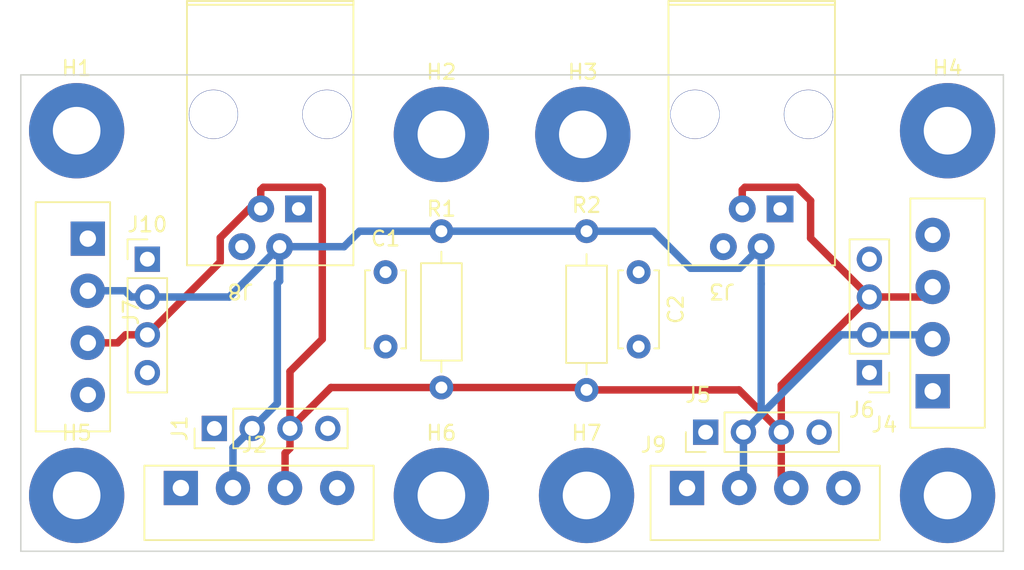
<source format=kicad_pcb>
(kicad_pcb (version 20211014) (generator pcbnew)
  (layers (0 "F.Cu" signal) (31 "B.Cu" signal) (34 "B.Paste" user) (35 "F.Paste" user) (36 "B.SilkS" user "B.Silkscreen") (37 "F.SilkS" user "F.Silkscreen") (38 "B.Mask" user) (39 "F.Mask" user) (44 "Edge.Cuts" user))
  (net 0 "")
  (net 1 "/V")
  (net 2 "/L")
  (net 3 "/H")
  (net 4 "/G")
  (footprint "Connector_PinHeader_2.54mm:PinHeader_1x04_P2.54mm_Vertical" (layer "F.Cu") (at 113 73.75 90)
    (fp_text reference "J1" (at 0 -2.33 90) (layer "F.SilkS"))
    (fp_text value "Conn_01x04_Male")
    (fp_line (start -1.33 8.95) (end 1.33 8.95) (layer "F.SilkS") (width 0.12))
    (fp_line (start -1.33 0) (end -1.33 -1.33) (layer "F.SilkS") (width 0.12))
    (fp_line (start -1.33 -1.33) (end 0 -1.33) (layer "F.SilkS") (width 0.12))
    (fp_line (start -1.33 1.27) (end 1.33 1.27) (layer "F.SilkS") (width 0.12))
    (fp_line (start 1.33 1.27) (end 1.33 8.95) (layer "F.SilkS") (width 0.12))
    (fp_line (start -1.33 1.27) (end -1.33 8.95) (layer "F.SilkS") (width 0.12))
    (pad "1" thru_hole rect (at 0 0 90) (size 1.7 1.7) (drill 1) (layers *.Cu *.Mask) (net 1 "/V"))
    (pad "2" thru_hole oval (at 0 2.54 90) (size 1.7 1.7) (drill 1) (layers *.Cu *.Mask) (net 2 "/L"))
    (pad "3" thru_hole oval (at 0 5.08 90) (size 1.7 1.7) (drill 1) (layers *.Cu *.Mask) (net 3 "/H"))
    (pad "4" thru_hole oval (at 0 7.62 90) (size 1.7 1.7) (drill 1) (layers *.Cu *.Mask) (net 4 "/G"))
  )
  (footprint "mylib:Camdenboss_3pt5mm_pitch_PCB_horizontal_4Way" (layer "F.Cu") (at 142.3 76.25)
    (fp_text reference "J9" (at 0.2 -1.4) (layer "F.SilkS"))
    (fp_text value "Screw_Terminal_01x04")
    (fp_line (start 15.4 0) (end 15.4 5) (layer "F.SilkS") (width 0.12))
    (fp_line (start 15.4 5) (end 0 5) (layer "F.SilkS") (width 0.12))
    (fp_line (start 15.4 0) (end 0 0) (layer "F.SilkS") (width 0.12))
    (fp_line (start 0 0) (end 0 5) (layer "F.SilkS") (width 0.12))
    (pad "1" thru_hole rect (at 2.45 1.5 270) (size 2.3 2.3) (drill 1.1) (layers *.Cu *.Mask) (net 1 "/V"))
    (pad "2" thru_hole circle (at 5.95 1.5 270) (size 2.3 2.3) (drill 1.1) (layers *.Cu *.Mask) (net 2 "/L"))
    (pad "3" thru_hole circle (at 9.45 1.5 270) (size 2.3 2.3) (drill 1.1) (layers *.Cu *.Mask) (net 3 "/H"))
    (pad "4" thru_hole circle (at 12.95 1.5 270) (size 2.3 2.3) (drill 1.1) (layers *.Cu *.Mask) (net 4 "/G"))
  )
  (footprint "MountingHole:MountingHole_3.2mm_M3_Pad" (layer "F.Cu") (at 162.25 53.75)
    (fp_text reference "H4" (at 0 -4.2) (layer "F.SilkS"))
    (fp_text value "MountingHole")
    (pad "1" thru_hole circle (at 0 0) (size 6.4 6.4) (drill 3.2) (layers *.Cu *.Mask))
  )
  (footprint "MountingHole:MountingHole_3.2mm_M3_Pad" (layer "F.Cu") (at 128.25 54)
    (fp_text reference "H2" (at 0 -4.2) (layer "F.SilkS"))
    (fp_text value "MountingHole")
    (pad "1" thru_hole circle (at 0 0) (size 6.4 6.4) (drill 3.2) (layers *.Cu *.Mask))
  )
  (footprint "Connector_PinHeader_2.54mm:PinHeader_1x04_P2.54mm_Vertical" (layer "F.Cu") (at 146 74 90)
    (fp_text reference "J5" (at 2.5 -0.5 180) (layer "F.SilkS"))
    (fp_text value "Conn_01x04_Male")
    (fp_line (start -1.33 0) (end -1.33 -1.33) (layer "F.SilkS") (width 0.12))
    (fp_line (start 1.33 1.27) (end 1.33 8.95) (layer "F.SilkS") (width 0.12))
    (fp_line (start -1.33 1.27) (end -1.33 8.95) (layer "F.SilkS") (width 0.12))
    (fp_line (start -1.33 8.95) (end 1.33 8.95) (layer "F.SilkS") (width 0.12))
    (fp_line (start -1.33 1.27) (end 1.33 1.27) (layer "F.SilkS") (width 0.12))
    (fp_line (start -1.33 -1.33) (end 0 -1.33) (layer "F.SilkS") (width 0.12))
    (pad "1" thru_hole rect (at 0 0 90) (size 1.7 1.7) (drill 1) (layers *.Cu *.Mask) (net 1 "/V"))
    (pad "2" thru_hole oval (at 0 2.54 90) (size 1.7 1.7) (drill 1) (layers *.Cu *.Mask) (net 2 "/L"))
    (pad "3" thru_hole oval (at 0 5.08 90) (size 1.7 1.7) (drill 1) (layers *.Cu *.Mask) (net 3 "/H"))
    (pad "4" thru_hole oval (at 0 7.62 90) (size 1.7 1.7) (drill 1) (layers *.Cu *.Mask) (net 4 "/G"))
  )
  (footprint "mylib:Camdenboss_3pt5mm_pitch_PCB_horizontal_4Way" (layer "F.Cu") (at 108.3 76.25)
    (fp_text reference "J2" (at 7.4 -1.4) (layer "F.SilkS"))
    (fp_text value "Screw_Terminal_01x04")
    (fp_line (start 15.4 0) (end 0 0) (layer "F.SilkS") (width 0.12))
    (fp_line (start 15.4 5) (end 0 5) (layer "F.SilkS") (width 0.12))
    (fp_line (start 0 0) (end 0 5) (layer "F.SilkS") (width 0.12))
    (fp_line (start 15.4 0) (end 15.4 5) (layer "F.SilkS") (width 0.12))
    (pad "1" thru_hole rect (at 2.45 1.5 270) (size 2.3 2.3) (drill 1.1) (layers *.Cu *.Mask) (net 1 "/V"))
    (pad "2" thru_hole circle (at 5.95 1.5 270) (size 2.3 2.3) (drill 1.1) (layers *.Cu *.Mask) (net 2 "/L"))
    (pad "3" thru_hole circle (at 9.45 1.5 270) (size 2.3 2.3) (drill 1.1) (layers *.Cu *.Mask) (net 3 "/H"))
    (pad "4" thru_hole circle (at 12.95 1.5 270) (size 2.3 2.3) (drill 1.1) (layers *.Cu *.Mask) (net 4 "/G"))
  )
  (footprint "MountingHole:MountingHole_3.2mm_M3_Pad" (layer "F.Cu") (at 137.75 54)
    (fp_text reference "H3" (at 0 -4.2) (layer "F.SilkS"))
    (fp_text value "MountingHole")
    (pad "1" thru_hole circle (at 0 0) (size 6.4 6.4) (drill 3.2) (layers *.Cu *.Mask))
  )
  (footprint "Resistor_THT:R_Axial_DIN0207_L6.3mm_D2.5mm_P10.16mm_Horizontal" (layer "F.Cu") (at 128.25 60.84 -90)
    (fp_text reference "R1" (at -1.84 0 180) (layer "F.SilkS"))
    (fp_text value "120R")
    (fp_line (start 9.12 0) (end 8.35 0) (layer "F.SilkS") (width 0.12))
    (fp_line (start 8.35 -1.37) (end 1.81 -1.37) (layer "F.SilkS") (width 0.12))
    (fp_line (start 8.35 1.37) (end 8.35 -1.37) (layer "F.SilkS") (width 0.12))
    (fp_line (start 1.81 -1.37) (end 1.81 1.37) (layer "F.SilkS") (width 0.12))
    (fp_line (start 1.81 1.37) (end 8.35 1.37) (layer "F.SilkS") (width 0.12))
    (fp_line (start 1.04 0) (end 1.81 0) (layer "F.SilkS") (width 0.12))
    (pad "1" thru_hole circle (at -0.34 0 270) (size 1.6 1.6) (drill 0.8) (layers *.Cu *.Mask) (net 2 "/L"))
    (pad "2" thru_hole oval (at 10.16 0 270) (size 1.6 1.6) (drill 0.8) (layers *.Cu *.Mask) (net 3 "/H"))
  )
  (footprint "MountingHole:MountingHole_3.2mm_M3_Pad" (layer "F.Cu") (at 162.25 78.25)
    (fp_text reference "H8" hide)
    (fp_text value "MountingHole")
    (pad "1" thru_hole circle (at 0 0) (size 6.4 6.4) (drill 3.2) (layers *.Cu *.Mask))
  )
  (footprint "MountingHole:MountingHole_3.2mm_M3_Pad" (layer "F.Cu") (at 103.75 78.25)
    (fp_text reference "H5" (at 0 -4.2) (layer "F.SilkS"))
    (fp_text value "MountingHole")
    (pad "1" thru_hole circle (at 0 0) (size 6.4 6.4) (drill 3.2) (layers *.Cu *.Mask))
  )
  (footprint "Connector_PinHeader_2.54mm:PinHeader_1x04_P2.54mm_Vertical" (layer "F.Cu") (at 108.5 62.38)
    (fp_text reference "J10" (at 0 -2.33) (layer "F.SilkS"))
    (fp_text value "Conn_01x04_Male")
    (fp_line (start -1.33 -1.33) (end 0 -1.33) (layer "F.SilkS") (width 0.12))
    (fp_line (start -1.33 8.95) (end 1.33 8.95) (layer "F.SilkS") (width 0.12))
    (fp_line (start 1.33 1.27) (end 1.33 8.95) (layer "F.SilkS") (width 0.12))
    (fp_line (start -1.33 1.27) (end -1.33 8.95) (layer "F.SilkS") (width 0.12))
    (fp_line (start -1.33 0) (end -1.33 -1.33) (layer "F.SilkS") (width 0.12))
    (fp_line (start -1.33 1.27) (end 1.33 1.27) (layer "F.SilkS") (width 0.12))
    (pad "1" thru_hole rect (at 0 0) (size 1.7 1.7) (drill 1) (layers *.Cu *.Mask) (net 1 "/V"))
    (pad "2" thru_hole oval (at 0 2.54) (size 1.7 1.7) (drill 1) (layers *.Cu *.Mask) (net 2 "/L"))
    (pad "3" thru_hole oval (at 0 5.08) (size 1.7 1.7) (drill 1) (layers *.Cu *.Mask) (net 3 "/H"))
    (pad "4" thru_hole oval (at 0 7.62) (size 1.7 1.7) (drill 1) (layers *.Cu *.Mask) (net 4 "/G"))
  )
  (footprint "Connector_PinHeader_2.54mm:PinHeader_1x04_P2.54mm_Vertical" (layer "F.Cu") (at 157 70 180)
    (fp_text reference "J6" (at 0.5 -2.5) (layer "F.SilkS"))
    (fp_text value "Conn_01x04_Male")
    (fp_line (start -1.33 0) (end -1.33 -1.33) (layer "F.SilkS") (width 0.12))
    (fp_line (start -1.33 1.27) (end 1.33 1.27) (layer "F.SilkS") (width 0.12))
    (fp_line (start -1.33 -1.33) (end 0 -1.33) (layer "F.SilkS") (width 0.12))
    (fp_line (start -1.33 8.95) (end 1.33 8.95) (layer "F.SilkS") (width 0.12))
    (fp_line (start -1.33 1.27) (end -1.33 8.95) (layer "F.SilkS") (width 0.12))
    (fp_line (start 1.33 1.27) (end 1.33 8.95) (layer "F.SilkS") (width 0.12))
    (pad "1" thru_hole rect (at 0 0 180) (size 1.7 1.7) (drill 1) (layers *.Cu *.Mask) (net 1 "/V"))
    (pad "2" thru_hole oval (at 0 2.54 180) (size 1.7 1.7) (drill 1) (layers *.Cu *.Mask) (net 2 "/L"))
    (pad "3" thru_hole oval (at 0 5.08 180) (size 1.7 1.7) (drill 1) (layers *.Cu *.Mask) (net 3 "/H"))
    (pad "4" thru_hole oval (at 0 7.62 180) (size 1.7 1.7) (drill 1) (layers *.Cu *.Mask) (net 4 "/G"))
  )
  (footprint "MountingHole:MountingHole_3.2mm_M3_Pad" (layer "F.Cu") (at 103.75 53.75)
    (fp_text reference "H1" (at 0 -4.2) (layer "F.SilkS"))
    (fp_text value "MountingHole")
    (pad "1" thru_hole circle (at 0 0) (size 6.4 6.4) (drill 3.2) (layers *.Cu *.Mask))
  )
  (footprint "mylib:Camdenboss_3pt5mm_pitch_PCB_horizontal_4Way" (layer "F.Cu") (at 159.75 73.7 90)
    (fp_text reference "J4" (at 0.2 -1.75 180) (layer "F.SilkS"))
    (fp_text value "Screw_Terminal_01x04")
    (fp_line (start 0 0) (end 0 5) (layer "F.SilkS") (width 0.12))
    (fp_line (start 15.4 5) (end 0 5) (layer "F.SilkS") (width 0.12))
    (fp_line (start 15.4 0) (end 15.4 5) (layer "F.SilkS") (width 0.12))
    (fp_line (start 15.4 0) (end 0 0) (layer "F.SilkS") (width 0.12))
    (pad "1" thru_hole rect (at 2.45 1.5) (size 2.3 2.3) (drill 1.1) (layers *.Cu *.Mask) (net 1 "/V"))
    (pad "2" thru_hole circle (at 5.95 1.5) (size 2.3 2.3) (drill 1.1) (layers *.Cu *.Mask) (net 2 "/L"))
    (pad "3" thru_hole circle (at 9.45 1.5) (size 2.3 2.3) (drill 1.1) (layers *.Cu *.Mask) (net 3 "/H"))
    (pad "4" thru_hole circle (at 12.95 1.5) (size 2.3 2.3) (drill 1.1) (layers *.Cu *.Mask) (net 4 "/G"))
  )
  (footprint "Capacitor_THT:C_Disc_D5.0mm_W2.5mm_P5.00mm" (layer "F.Cu") (at 141.5 63.25 -90)
    (fp_text reference "C2" (at 2.5 -2.5 90) (layer "F.SilkS"))
    (fp_text value "100nF")
    (fp_line (start -0.12 -1.37) (end -0.12 -1.055) (layer "F.SilkS") (width 0.12))
    (fp_line (start 5.12 -1.37) (end 5.12 -1.055) (layer "F.SilkS") (width 0.12))
    (fp_line (start -0.12 1.055) (end -0.12 1.37) (layer "F.SilkS") (width 0.12))
    (fp_line (start -0.12 1.37) (end 5.12 1.37) (layer "F.SilkS") (width 0.12))
    (fp_line (start 5.12 1.055) (end 5.12 1.37) (layer "F.SilkS") (width 0.12))
    (fp_line (start -0.12 -1.37) (end 5.12 -1.37) (layer "F.SilkS") (width 0.12))
    (pad "1" thru_hole circle (at 0 0 270) (size 1.6 1.6) (drill 0.8) (layers *.Cu *.Mask) (net 1 "/V"))
    (pad "2" thru_hole circle (at 5 0 270) (size 1.6 1.6) (drill 0.8) (layers *.Cu *.Mask) (net 4 "/G"))
  )
  (footprint "mylib:RJ22" (layer "F.Cu") (at 116.75 61.54 180)
    (fp_text reference "J8" (at 2 -3 180 unlocked) (layer "F.SilkS"))
    (fp_text value "RJ22")
    (fp_line (start -5.59 -1.25) (end 5.59 -1.25) (layer "F.SilkS") (width 0.12))
    (fp_line (start 5.59 -1.25) (end 5.59 16.51) (layer "F.SilkS") (width 0.12))
    (fp_rect (start -5.59 16.5) (end 5.59 16.25) (layer "F.SilkS") (width 0.12) (fill none))
    (fp_rect (start -5.59 -1.25) (end -5.59 16.51) (layer "F.SilkS") (width 0.12) (fill none))
    (pad "1" thru_hole rect (at -1.905 2.54 180) (size 1.8 1.8) (drill 0.9) (layers *.Cu *.Mask) (net 1 "/V"))
    (pad "2" thru_hole circle (at -0.635 0 180) (size 1.8 1.8) (drill 0.9) (layers *.Cu *.Mask) (net 2 "/L"))
    (pad "3" thru_hole circle (at 0.635 2.54 180) (size 1.8 1.8) (drill 0.9) (layers *.Cu *.Mask) (net 3 "/H"))
    (pad "4" thru_hole circle (at 1.905 0 180) (size 1.8 1.8) (drill 0.9) (layers *.Cu *.Mask) (net 4 "/G"))
    (pad "5" thru_hole circle (at -3.81 8.89 180) (size 3.3 3.3) (drill 3.25) (layers *.Cu *.Mask))
    (pad "6" thru_hole circle (at 3.81 8.89 180) (size 3.3 3.3) (drill 3.25) (layers *.Cu *.Mask))
  )
  (footprint "MountingHole:MountingHole_3.2mm_M3_Pad" (layer "F.Cu") (at 138 78.25)
    (fp_text reference "H7" (at 0 -4.2) (layer "F.SilkS"))
    (fp_text value "MountingHole")
    (pad "1" thru_hole circle (at 0 0) (size 6.4 6.4) (drill 3.2) (layers *.Cu *.Mask))
  )
  (footprint "mylib:Camdenboss_3pt5mm_pitch_PCB_horizontal_4Way" (layer "F.Cu") (at 106 58.55 -90)
    (fp_text reference "J7" (at 7.4 -1.4 -270) (layer "F.SilkS"))
    (fp_text value "Screw_Terminal_01x04")
    (fp_line (start 15.4 0) (end 15.4 5) (layer "F.SilkS") (width 0.12))
    (fp_line (start 15.4 0) (end 0 0) (layer "F.SilkS") (width 0.12))
    (fp_line (start 15.4 5) (end 0 5) (layer "F.SilkS") (width 0.12))
    (fp_line (start 0 0) (end 0 5) (layer "F.SilkS") (width 0.12))
    (pad "1" thru_hole rect (at 2.45 1.5 180) (size 2.3 2.3) (drill 1.1) (layers *.Cu *.Mask) (net 1 "/V"))
    (pad "2" thru_hole circle (at 5.95 1.5 180) (size 2.3 2.3) (drill 1.1) (layers *.Cu *.Mask) (net 2 "/L"))
    (pad "3" thru_hole circle (at 9.45 1.5 180) (size 2.3 2.3) (drill 1.1) (layers *.Cu *.Mask) (net 3 "/H"))
    (pad "4" thru_hole circle (at 12.95 1.5 180) (size 2.3 2.3) (drill 1.1) (layers *.Cu *.Mask) (net 4 "/G"))
  )
  (footprint "mylib:RJ22" (layer "F.Cu") (at 149.095 61.54 180)
    (fp_text reference "J3" (at 2 -3 180 unlocked) (layer "F.SilkS"))
    (fp_text value "RJ22")
    (fp_line (start 5.59 -1.25) (end 5.59 16.51) (layer "F.SilkS") (width 0.12))
    (fp_line (start -5.59 -1.25) (end 5.59 -1.25) (layer "F.SilkS") (width 0.12))
    (fp_rect (start -5.59 16.5) (end 5.59 16.25) (layer "F.SilkS") (width 0.12) (fill none))
    (fp_rect (start -5.59 -1.25) (end -5.59 16.51) (layer "F.SilkS") (width 0.12) (fill none))
    (pad "1" thru_hole rect (at -1.905 2.54 180) (size 1.8 1.8) (drill 0.9) (layers *.Cu *.Mask) (net 1 "/V"))
    (pad "2" thru_hole circle (at -0.635 0 180) (size 1.8 1.8) (drill 0.9) (layers *.Cu *.Mask) (net 2 "/L"))
    (pad "3" thru_hole circle (at 0.635 2.54 180) (size 1.8 1.8) (drill 0.9) (layers *.Cu *.Mask) (net 3 "/H"))
    (pad "4" thru_hole circle (at 1.905 0 180) (size 1.8 1.8) (drill 0.9) (layers *.Cu *.Mask) (net 4 "/G"))
    (pad "5" thru_hole circle (at -3.81 8.89 180) (size 3.3 3.3) (drill 3.25) (layers *.Cu *.Mask))
    (pad "6" thru_hole circle (at 3.81 8.89 180) (size 3.3 3.3) (drill 3.25) (layers *.Cu *.Mask))
  )
  (footprint "Capacitor_THT:C_Disc_D5.0mm_W2.5mm_P5.00mm" (layer "F.Cu") (at 124.5 63.25 -90)
    (fp_text reference "C1" (at -2.25 0 180) (layer "F.SilkS"))
    (fp_text value "100nF")
    (fp_line (start 5.12 -1.37) (end 5.12 -1.055) (layer "F.SilkS") (width 0.12))
    (fp_line (start -0.12 -1.37) (end -0.12 -1.055) (layer "F.SilkS") (width 0.12))
    (fp_line (start -0.12 -1.37) (end 5.12 -1.37) (layer "F.SilkS") (width 0.12))
    (fp_line (start 5.12 1.055) (end 5.12 1.37) (layer "F.SilkS") (width 0.12))
    (fp_line (start -0.12 1.37) (end 5.12 1.37) (layer "F.SilkS") (width 0.12))
    (fp_line (start -0.12 1.055) (end -0.12 1.37) (layer "F.SilkS") (width 0.12))
    (pad "1" thru_hole circle (at 0 0 270) (size 1.6 1.6) (drill 0.8) (layers *.Cu *.Mask) (net 1 "/V"))
    (pad "2" thru_hole circle (at 5 0 270) (size 1.6 1.6) (drill 0.8) (layers *.Cu *.Mask) (net 4 "/G"))
  )
  (footprint "MountingHole:MountingHole_3.2mm_M3_Pad" (layer "F.Cu") (at 128.25 78.25)
    (fp_text reference "H6" (at 0 -4.2) (layer "F.SilkS"))
    (fp_text value "MountingHole")
    (pad "1" thru_hole circle (at 0 0) (size 6.4 6.4) (drill 3.2) (layers *.Cu *.Mask))
  )
  (footprint "Resistor_THT:R_Axial_DIN0207_L6.3mm_D2.5mm_P10.16mm_Horizontal" (layer "F.Cu") (at 138 61 -90)
    (fp_text reference "R2" (at -2.25 0 180) (layer "F.SilkS"))
    (fp_text value "120R")
    (fp_line (start 1.81 1.37) (end 8.35 1.37) (layer "F.SilkS") (width 0.12))
    (fp_line (start 1.04 0) (end 1.81 0) (layer "F.SilkS") (width 0.12))
    (fp_line (start 9.12 0) (end 8.35 0) (layer "F.SilkS") (width 0.12))
    (fp_line (start 8.35 -1.37) (end 1.81 -1.37) (layer "F.SilkS") (width 0.12))
    (fp_line (start 1.81 -1.37) (end 1.81 1.37) (layer "F.SilkS") (width 0.12))
    (fp_line (start 8.35 1.37) (end 8.35 -1.37) (layer "F.SilkS") (width 0.12))
    (pad "1" thru_hole circle (at -0.5 0 270) (size 1.6 1.6) (drill 0.8) (layers *.Cu *.Mask) (net 2 "/L"))
    (pad "2" thru_hole oval (at 10.16 0 270) (size 1.6 1.6) (drill 0.8) (layers *.Cu *.Mask) (net 3 "/H"))
  )
  (gr_line (start 166 82) (end 100 82) (layer "Edge.Cuts") (width 0.1))
  (gr_line (start 100 82) (end 100 50) (layer "Edge.Cuts") (width 0.1))
  (gr_line (start 100 50) (end 166 50) (layer "Edge.Cuts") (width 0.1))
  (gr_line (start 166 50) (end 166 82) (layer "Edge.Cuts") (width 0.1))
  (segment (start 108.5 62.38) (end 108.62 62.38) (width 1) (layer "B.Cu") (net 1))
  (segment (start 117.23 64.005) (end 117.385 63.85) (width 0.5) (layer "B.Cu") (net 2))
  (segment (start 149.73 72.81) (end 149.73 64.04) (width 0.5) (layer "B.Cu") (net 2))
  (segment (start 104.96 64.04) (end 104.5 64.5) (width 0.5) (layer "B.Cu") (net 2))
  (segment (start 108.5 64.92) (end 114.005 64.92) (width 0.5) (layer "B.Cu") (net 2))
  (segment (start 149.73 64.04) (end 149.73 61.54) (width 0.5) (layer "B.Cu") (net 2))
  (segment (start 148.280489 62.989511) (end 144.989511 62.989511) (width 0.5) (layer "B.Cu") (net 2))
  (segment (start 107.42 64.92) (end 107 64.5) (width 0.5) (layer "B.Cu") (net 2))
  (segment (start 128.25 60.5) (end 122.75 60.5) (width 0.5) (layer "B.Cu") (net 2))
  (segment (start 114.005 64.92) (end 117.385 61.54) (width 0.5) (layer "B.Cu") (net 2))
  (segment (start 121.71 61.54) (end 122.125 61.125) (width 0.5) (layer "B.Cu") (net 2))
  (segment (start 117.385 63.85) (end 117.385 61.54) (width 0.5) (layer "B.Cu") (net 2))
  (segment (start 148.54 77.46) (end 148.25 77.75) (width 0.5) (layer "B.Cu") (net 2))
  (segment (start 148.54 74) (end 155.08 67.46) (width 0.5) (layer "B.Cu") (net 2))
  (segment (start 142.5 60.5) (end 138 60.5) (width 0.5) (layer "B.Cu") (net 2))
  (segment (start 128.25 60.5) (end 138 60.5) (width 0.5) (layer "B.Cu") (net 2))
  (segment (start 155.08 67.46) (end 157 67.46) (width 0.5) (layer "B.Cu") (net 2))
  (segment (start 144.989511 62.989511) (end 142.5 60.5) (width 0.5) (layer "B.Cu") (net 2))
  (segment (start 149.73 61.54) (end 148.280489 62.989511) (width 0.5) (layer "B.Cu") (net 2))
  (segment (start 148.54 74) (end 148.54 77.46) (width 0.5) (layer "B.Cu") (net 2))
  (segment (start 117.385 61.54) (end 121.71 61.54) (width 0.5) (layer "B.Cu") (net 2))
  (segment (start 117.23 72.06) (end 117.23 64.005) (width 0.5) (layer "B.Cu") (net 2))
  (segment (start 114.25 75.04) (end 115.54 73.75) (width 0.5) (layer "B.Cu") (net 2))
  (segment (start 114.25 77.75) (end 114.25 75.04) (width 0.5) (layer "B.Cu") (net 2))
  (segment (start 157 67.46) (end 160.96 67.46) (width 0.5) (layer "B.Cu") (net 2))
  (segment (start 115.54 73.75) (end 117.23 72.06) (width 0.5) (layer "B.Cu") (net 2))
  (segment (start 148.54 74) (end 149.73 72.81) (width 0.5) (layer "B.Cu") (net 2))
  (segment (start 108.5 64.92) (end 107.42 64.92) (width 0.5) (layer "B.Cu") (net 2))
  (segment (start 122.75 60.5) (end 122.125 61.125) (width 0.5) (layer "B.Cu") (net 2))
  (segment (start 104.5 64.5) (end 107 64.5) (width 0.5) (layer "B.Cu") (net 2))
  (segment (start 160.96 67.46) (end 161.25 67.75) (width 0.5) (layer "B.Cu") (net 2))
  (segment (start 119.29 72.54) (end 119.665 72.165) (width 0.5) (layer "F.Cu") (net 3))
  (segment (start 116.115 59) (end 116.115 57.727208) (width 0.5) (layer "F.Cu") (net 3))
  (segment (start 119.504511 72.325489) (end 119.29 72.54) (width 0.5) (layer "F.Cu") (net 3))
  (segment (start 116.115 57.727208) (end 116.291719 57.550489) (width 0.5) (layer "F.Cu") (net 3))
  (segment (start 148.636719 57.550489) (end 148.46 57.727208) (width 0.5) (layer "F.Cu") (net 3))
  (segment (start 152.149698 57.550489) (end 148.636719 57.550489) (width 0.5) (layer "F.Cu") (net 3))
  (segment (start 120.25 67.75) (end 118.08 69.92) (width 0.5) (layer "F.Cu") (net 3))
  (segment (start 151.08 70.84) (end 151.08 74) (width 0.5) (layer "F.Cu") (net 3))
  (segment (start 113.395489 62.564511) (end 113.395489 60.939592) (width 0.5) (layer "F.Cu") (net 3))
  (segment (start 119.665 72.165) (end 120.83 71) (width 0.5) (layer "F.Cu") (net 3))
  (segment (start 128.25 71) (end 137.84 71) (width 0.5) (layer "F.Cu") (net 3))
  (segment (start 108.5 67.46) (end 113.395489 62.564511) (width 0.5) (layer "F.Cu") (net 3))
  (segment (start 153.049605 58.450395) (end 152.149698 57.550489) (width 0.5) (layer "F.Cu") (net 3))
  (segment (start 157 64.92) (end 151.08 70.84) (width 0.5) (layer "F.Cu") (net 3))
  (segment (start 118.08 77.42) (end 117.75 77.75) (width 0.5) (layer "F.Cu") (net 3))
  (segment (start 118.08 75.08) (end 117.75 75.41) (width 0.5) (layer "F.Cu") (net 3))
  (segment (start 116.291719 57.550489) (end 120.104511 57.550489) (width 0.5) (layer "F.Cu") (net 3))
  (segment (start 148.46 57.727208) (end 148.46 59) (width 0.5) (layer "F.Cu") (net 3))
  (segment (start 151.08 74) (end 151.08 77.08) (width 0.5) (layer "F.Cu") (net 3))
  (segment (start 137.84 71) (end 138 71.16) (width 0.5) (layer "F.Cu") (net 3))
  (segment (start 138 71.16) (end 148.24 71.16) (width 0.5) (layer "F.Cu") (net 3))
  (segment (start 118.08 69.92) (end 118.08 73.75) (width 0.5) (layer "F.Cu") (net 3))
  (segment (start 120.104511 57.550489) (end 120.25 57.695978) (width 0.5) (layer "F.Cu") (net 3))
  (segment (start 118.08 73.75) (end 119.29 72.54) (width 0.5) (layer "F.Cu") (net 3))
  (segment (start 160.58 64.92) (end 161.25 64.25) (width 0.5) (layer "F.Cu") (net 3))
  (segment (start 117.75 75.41) (end 117.75 77.75) (width 0.5) (layer "F.Cu") (net 3))
  (segment (start 151.08 77.08) (end 151.75 77.75) (width 0.5) (layer "F.Cu") (net 3))
  (segment (start 106.5 68) (end 104.5 68) (width 0.5) (layer "F.Cu") (net 3))
  (segment (start 120.83 71) (end 128.25 71) (width 0.5) (layer "F.Cu") (net 3))
  (segment (start 153.049605 60.969605) (end 153.049605 58.450395) (width 0.5) (layer "F.Cu") (net 3))
  (segment (start 107.04 67.46) (end 106.5 68) (width 0.5) (layer "F.Cu") (net 3))
  (segment (start 157 64.92) (end 153.049605 60.969605) (width 0.5) (layer "F.Cu") (net 3))
  (segment (start 118.08 73.75) (end 118.08 75.08) (width 0.5) (layer "F.Cu") (net 3))
  (segment (start 120.25 57.695978) (end 120.25 67.75) (width 0.5) (layer "F.Cu") (net 3))
  (segment (start 148.24 71.16) (end 151.08 74) (width 0.5) (layer "F.Cu") (net 3))
  (segment (start 108.5 67.46) (end 107.04 67.46) (width 0.5) (layer "F.Cu") (net 3))
  (segment (start 157 64.92) (end 160.58 64.92) (width 0.5) (layer "F.Cu") (net 3))
  (segment (start 115.335081 59) (end 116.115 59) (width 0.5) (layer "F.Cu") (net 3))
  (segment (start 113.395489 60.939592) (end 115.335081 59) (width 0.5) (layer "F.Cu") (net 3))
)
</source>
